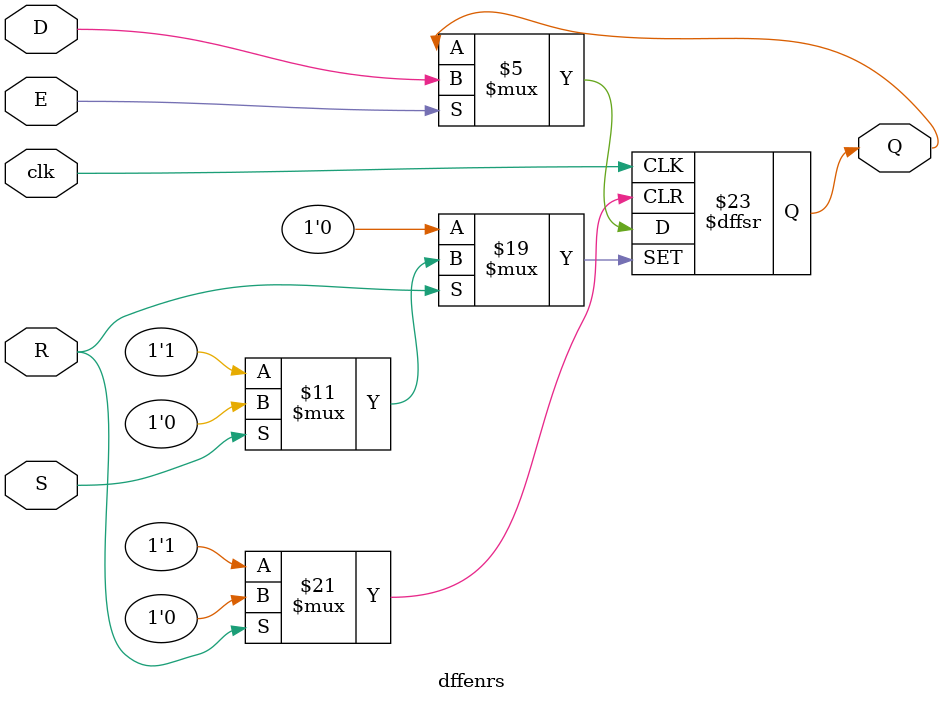
<source format=v>
module dffenrs(D,clk,E,R,S,Q);
input D;      // Data input 
input clk;    // clock input 
input E;      // enable 
input R;      // reset input 
input S;      // set input 
output reg Q;     // output Q 

always @(negedge clk or negedge R or negedge S) 

begin
	if (R == 1'b0) begin // reset active low
            Q <= 1'b0;
        end
	else if (S == 1'b0) begin // set active low
            Q <= 1'b1;
        end
	else if (E == 1'b1) begin
            Q <= D; 
        end
end 
endmodule 

</source>
